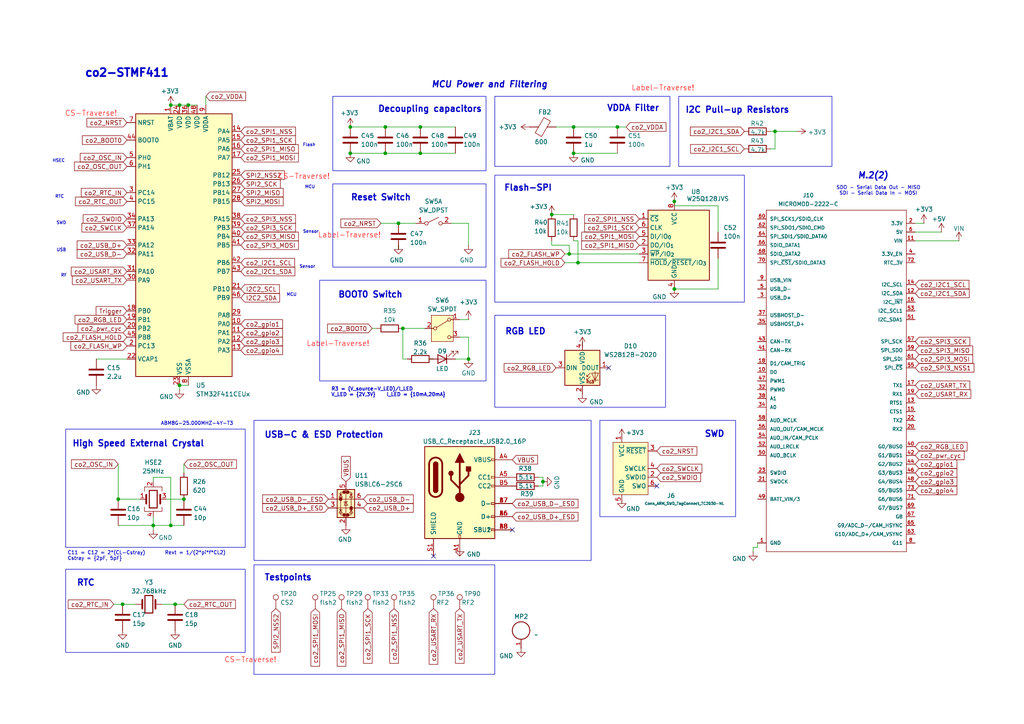
<source format=kicad_sch>
(kicad_sch (version 20250114) (generator "eeschema") (generator_version "9.0")
  (paper "A4")
  (rectangle (start 92.71 81.28) (end 140.97 110.49))
  (rectangle (start 73.66 163.83) (end 143.51 195.58))
  (rectangle (start 196.85 27.94) (end 241.3 48.26))
  (rectangle (start 143.51 27.94) (end 194.31 48.26))
  (rectangle (start 73.66 121.92) (end 171.45 162.56))
  (rectangle (start 143.51 91.44) (end 193.04 118.11))
  (rectangle (start 19.05 124.46) (end 71.12 158.75))
  (rectangle (start 173.99 121.92) (end 213.36 149.86))
  (rectangle (start 96.52 27.94) (end 140.97 49.53))
  (rectangle (start 19.05 165.1) (end 71.12 189.23))
  (rectangle (start 96.52 53.34) (end 140.97 77.47))
  (rectangle (start 143.51 50.8) (end 215.9 87.63))
  (text "Label-Traverse!\n" (at 192.278 25.654 0) (effects (font (size 1.524 1.524))))
  (text "RGB LED" (at 152.4 96.266 0) (effects (font (size 1.778 1.778) (thickness 0.3556) (bold yes))))
  (text "Sensor" (at 90.17 67.31 0) (effects (font (size 0.889 0.889))))
  (text "USB\n" (at 17.78 72.644 0) (effects (font (size 0.889 0.889))))
  (text "VDDA Filter\n" (at 183.642 31.496 0) (effects (font (size 1.778 1.778) (thickness 0.3556) (bold yes))))
  (text "SWD" (at 17.78 64.77 0) (effects (font (size 0.889 0.889))))
  (text "HSEC" (at 17.018 46.736 0) (effects (font (size 0.889 0.889))))
  (text "C11 = C12 = 2*(CL-Cstray)	Rext = 1/(2*pi*f*CL2)\nCstray = {2pF, 5pF}" (at 19.558 161.29 0) (effects (font (size 1.016 1.016) (thickness 0.1588)) (justify left)))
  (text "CS-Traverse!\n" (at 26.416 33.02 0) (effects (font (size 1.524 1.524))))
  (text "High Speed External Crystal" (at 40.132 128.778 0) (effects (font (size 1.778 1.778) (thickness 0.3556) (bold yes))))
  (text "USB-C & ESD Protection\n" (at 93.98 126.238 0) (effects (font (size 1.778 1.778) (thickness 0.3556) (bold yes))))
  (text "Flash-SPI" (at 153.162 54.61 0) (effects (font (size 1.778 1.778) (thickness 0.3556) (bold yes))))
  (text "Testpoints" (at 83.566 167.64 0) (effects (font (size 1.778 1.778) (thickness 0.3556) (bold yes))))
  (text "R3 = (V_source-V_LED)/I_LED\nV_LED = {2V,3V}	I_LED = {10mA,20mA}" (at 96.012 113.792 0) (effects (font (size 1.016 1.016) (thickness 0.2032) (bold yes)) (justify left)))
  (text "RF" (at 18.542 80.01 0) (effects (font (size 0.889 0.889))))
  (text "SWD\n" (at 207.264 125.984 0) (effects (font (size 1.778 1.778) (thickness 0.3556) (bold yes))))
  (text "RTC" (at 17.272 57.15 0) (effects (font (size 0.889 0.889))))
  (text "Flash" (at 89.662 42.164 0) (effects (font (size 0.889 0.889))))
  (text "Label-Traverse!\n" (at 98.044 99.822 0) (effects (font (size 1.524 1.524))))
  (text "Decoupling capacitors\n" (at 124.714 31.75 0) (effects (font (size 1.778 1.778) (thickness 0.3556) (bold yes))))
  (text "CS-Traverse!\n" (at 88.138 51.308 0) (effects (font (size 1.524 1.524))))
  (text "CS-Traverse!\n" (at 72.644 191.516 0) (effects (font (size 1.524 1.524))))
  (text "RTC\n" (at 24.892 169.164 0) (effects (font (size 1.778 1.778) (thickness 0.3556) (bold yes))))
  (text "Reset Switch\n" (at 110.49 57.404 0) (effects (font (size 1.778 1.778) (thickness 0.3556) (bold yes))))
  (text "MCU" (at 89.916 54.356 0) (effects (font (size 0.889 0.889))))
  (text "MCU" (at 84.582 85.598 0) (effects (font (size 0.889 0.889))))
  (text "ABM8G-25.000MHZ-4Y-T3\n" (at 57.15 122.936 0) (effects (font (size 1.016 1.016) (thickness 0.1588))))
  (text "MCU Power and Filtering" (at 141.986 24.638 0) (effects (font (size 1.778 1.778) (thickness 0.3556) (bold yes) (italic yes))))
  (text "co2-STMF411\n\n" (at 36.83 23.114 0) (effects (font (size 2.286 2.286) (thickness 0.508) (bold yes))))
  (text "Label-Traverse!\n" (at 101.346 68.326 0) (effects (font (size 1.524 1.524))))
  (text "BOOT0 Switch" (at 107.442 85.598 0) (effects (font (size 1.778 1.778) (thickness 0.3556) (bold yes))))
  (text "Sensor" (at 89.154 77.47 0) (effects (font (size 0.889 0.889))))
  (text "SDO - Serial Data Out - MISO\nSDI - Serial Data In - MOSI" (at 254.762 55.372 0) (effects (font (size 1.016 1.016))))
  (text "M.2(2)\n" (at 253.238 51.054 0) (effects (font (size 1.778 1.778) (thickness 0.3556) (bold yes) (italic yes))))
  (text "I2C Pull-up Resistors" (at 213.868 32.004 0) (effects (font (size 1.778 1.778) (thickness 0.3556) (bold yes))))
  (junction (at 52.07 111.76))
  (junction (at 101.6 44.45))
  (junction (at 111.76 44.45))
  (junction (at 50.8 175.26))
  (junction (at 34.29 144.78))
  (junction (at 166.37 36.83))
  (junction (at 224.79 38.1))
  (junction (at 54.61 30.48))
  (junction (at 166.37 44.45))
  (junction (at 160.02 62.23))
  (junction (at 157.48 139.7))
  (junction (at 165.1 73.66))
  (junction (at 44.45 152.4))
  (junction (at 101.6 36.83))
  (junction (at 121.92 36.83))
  (junction (at 49.53 152.4))
  (junction (at 121.92 44.45))
  (junction (at 35.56 175.26))
  (junction (at 49.53 30.48))
  (junction (at 111.76 36.83))
  (junction (at 135.89 104.14))
  (junction (at 116.84 95.25))
  (junction (at 53.34 144.78))
  (junction (at 195.58 58.42))
  (junction (at 115.57 64.77))
  (junction (at 167.64 76.2))
  (junction (at 179.07 36.83))
  (junction (at 195.58 83.82))
  (junction (at 52.07 30.48))
  (no_connect (at 148.59 153.67))
  (no_connect (at 190.5 140.97))
  (no_connect (at 125.73 161.29))
  (no_connect (at 176.53 106.68))
  (wire (pts (xy 54.61 30.48) (xy 52.07 30.48)))
  (wire (pts (xy 111.76 44.45) (xy 121.92 44.45)))
  (wire (pts (xy 34.29 152.4) (xy 44.45 152.4)))
  (wire (pts (xy 208.28 83.82) (xy 195.58 83.82)))
  (wire (pts (xy 101.6 44.45) (xy 111.76 44.45)))
  (wire (pts (xy 135.89 104.14) (xy 132.08 104.14)))
  (wire (pts (xy 130.81 64.77) (xy 135.89 64.77)))
  (wire (pts (xy 50.8 175.26) (xy 53.34 175.26)))
  (wire (pts (xy 52.07 111.76) (xy 54.61 111.76)))
  (wire (pts (xy 224.79 38.1) (xy 223.52 38.1)))
  (wire (pts (xy 116.84 95.25) (xy 123.19 95.25)))
  (wire (pts (xy 180.34 144.78) (xy 180.34 146.05)))
  (wire (pts (xy 49.53 138.43) (xy 49.53 152.4)))
  (wire (pts (xy 219.71 158.75) (xy 219.71 157.48)))
  (wire (pts (xy 133.35 97.79) (xy 135.89 97.79)))
  (wire (pts (xy 166.37 69.85) (xy 167.64 69.85)))
  (wire (pts (xy 115.57 64.77) (xy 120.65 64.77)))
  (wire (pts (xy 208.28 74.93) (xy 208.28 83.82)))
  (wire (pts (xy 59.69 27.94) (xy 59.69 30.48)))
  (wire (pts (xy 44.45 138.43) (xy 49.53 138.43)))
  (wire (pts (xy 195.58 59.69) (xy 208.28 59.69)))
  (wire (pts (xy 163.83 76.2) (xy 167.64 76.2)))
  (wire (pts (xy 160.02 62.23) (xy 166.37 62.23)))
  (wire (pts (xy 219.71 158.75) (xy 218.44 158.75)))
  (wire (pts (xy 157.48 138.43) (xy 156.21 138.43)))
  (wire (pts (xy 218.44 158.75) (xy 218.44 160.02)))
  (wire (pts (xy 165.1 71.12) (xy 165.1 73.66)))
  (wire (pts (xy 44.45 152.4) (xy 49.53 152.4)))
  (wire (pts (xy 57.15 30.48) (xy 54.61 30.48)))
  (wire (pts (xy 165.1 73.66) (xy 185.42 73.66)))
  (wire (pts (xy 160.02 71.12) (xy 165.1 71.12)))
  (wire (pts (xy 157.48 140.97) (xy 157.48 139.7)))
  (wire (pts (xy 121.92 44.45) (xy 132.08 44.45)))
  (wire (pts (xy 160.02 69.85) (xy 160.02 71.12)))
  (wire (pts (xy 121.92 36.83) (xy 132.08 36.83)))
  (wire (pts (xy 267.97 64.77) (xy 265.43 64.77)))
  (wire (pts (xy 224.79 43.18) (xy 223.52 43.18)))
  (wire (pts (xy 168.91 100.33) (xy 168.91 99.06)))
  (wire (pts (xy 111.76 36.83) (xy 121.92 36.83)))
  (wire (pts (xy 34.29 134.62) (xy 34.29 144.78)))
  (wire (pts (xy 116.84 95.25) (xy 116.84 104.14)))
  (wire (pts (xy 110.49 64.77) (xy 115.57 64.77)))
  (wire (pts (xy 44.45 139.7) (xy 44.45 138.43)))
  (wire (pts (xy 181.61 36.83) (xy 179.07 36.83)))
  (wire (pts (xy 118.11 104.14) (xy 116.84 104.14)))
  (wire (pts (xy 156.21 140.97) (xy 157.48 140.97)))
  (wire (pts (xy 167.64 76.2) (xy 185.42 76.2)))
  (wire (pts (xy 157.48 139.7) (xy 157.48 138.43)))
  (wire (pts (xy 273.05 67.31) (xy 265.43 67.31)))
  (wire (pts (xy 166.37 36.83) (xy 179.07 36.83)))
  (wire (pts (xy 161.29 36.83) (xy 166.37 36.83)))
  (wire (pts (xy 27.94 104.14) (xy 36.83 104.14)))
  (wire (pts (xy 135.89 97.79) (xy 135.89 104.14)))
  (wire (pts (xy 224.79 43.18) (xy 224.79 38.1)))
  (wire (pts (xy 34.29 144.78) (xy 40.64 144.78)))
  (wire (pts (xy 180.34 127) (xy 180.34 125.73)))
  (wire (pts (xy 125.73 104.14) (xy 124.46 104.14)))
  (wire (pts (xy 107.95 95.25) (xy 109.22 95.25)))
  (wire (pts (xy 135.89 64.77) (xy 135.89 71.12)))
  (wire (pts (xy 166.37 44.45) (xy 179.07 44.45)))
  (wire (pts (xy 167.64 69.85) (xy 167.64 76.2)))
  (wire (pts (xy 52.07 30.48) (xy 49.53 30.48)))
  (wire (pts (xy 133.35 158.75) (xy 133.35 161.29)))
  (wire (pts (xy 278.13 69.85) (xy 265.43 69.85)))
  (wire (pts (xy 208.28 59.69) (xy 208.28 67.31)))
  (wire (pts (xy 46.99 175.26) (xy 50.8 175.26)))
  (wire (pts (xy 35.56 175.26) (xy 39.37 175.26)))
  (wire (pts (xy 163.83 73.66) (xy 165.1 73.66)))
  (wire (pts (xy 135.89 92.71) (xy 133.35 92.71)))
  (wire (pts (xy 115.57 71.12) (xy 115.57 72.39)))
  (wire (pts (xy 101.6 36.83) (xy 111.76 36.83)))
  (wire (pts (xy 44.45 153.67) (xy 44.45 152.4)))
  (wire (pts (xy 53.34 134.62) (xy 53.34 137.16)))
  (wire (pts (xy 44.45 152.4) (xy 44.45 149.86)))
  (wire (pts (xy 195.58 58.42) (xy 195.58 59.69)))
  (wire (pts (xy 52.07 113.03) (xy 52.07 111.76)))
  (wire (pts (xy 33.02 175.26) (xy 35.56 175.26)))
  (wire (pts (xy 224.79 38.1) (xy 231.14 38.1)))
  (wire (pts (xy 48.26 144.78) (xy 53.34 144.78)))
  (wire (pts (xy 49.53 152.4) (xy 53.34 152.4)))
  (global_label "co2_USB_D+" (shape input) (at 105.41 147.32 0) (property "Intersheetrefs" "${INTERSHEET_REFS}" (effects (hide yes))))
  (global_label "co2_OSC_OUT" (shape input) (at 36.83 48.26 180) (property "Intersheetrefs" "${INTERSHEET_REFS}" (effects (hide yes))))
  (global_label "co2_RGB_LED" (shape input) (at 265.43 129.54 0) (property "Intersheetrefs" "${INTERSHEET_REFS}" (effects (hide yes))))
  (global_label "co2_gpio3" (shape input) (at 69.85 99.06 0) (effects (font (thickness 0.1588))) (property "Intersheetrefs" "${INTERSHEET_REFS}" (effects (hide yes))))
  (global_label "co2_FLASH_HOLD" (shape input) (at 163.83 76.2 180) (property "Intersheetrefs" "${INTERSHEET_REFS}" (effects (hide yes))))
  (global_label "co2_SWDIO" (shape input) (at 36.83 63.5 180) (property "Intersheetrefs" "${INTERSHEET_REFS}" (effects (hide yes))))
  (global_label "co2_RGB_LED" (shape input) (at 161.29 106.68 180) (effects (font (thickness 0.1588))) (property "Intersheetrefs" "${INTERSHEET_REFS}" (effects (hide yes))))
  (global_label "co2_pwr_cyc" (shape input) (at 265.43 132.08 0) (property "Intersheetrefs" "${INTERSHEET_REFS}" (effects (hide yes))))
  (global_label "co2_SPI3_NSS" (shape input) (at 69.85 63.5 0) (property "Intersheetrefs" "${INTERSHEET_REFS}" (effects (hide yes))))
  (global_label "co2_gpio4" (shape input) (at 69.85 101.6 0) (effects (font (thickness 0.1588))) (property "Intersheetrefs" "${INTERSHEET_REFS}" (effects (hide yes))))
  (global_label "co2_BOOT0" (shape input) (at 36.83 40.64 180) (property "Intersheetrefs" "${INTERSHEET_REFS}" (effects (hide yes))))
  (global_label "co2_SPI3_MOSI" (shape input) (at 69.85 71.12 0) (property "Intersheetrefs" "${INTERSHEET_REFS}" (effects (hide yes))))
  (global_label "co2_FLASH_WP" (shape input) (at 36.83 100.33 180) (property "Intersheetrefs" "${INTERSHEET_REFS}" (effects (hide yes))))
  (global_label "SPI2_SCK" (shape input) (at 69.85 53.34 0) (property "Intersheetrefs" "${INTERSHEET_REFS}" (effects (hide yes))))
  (global_label "co2_USART_RX" (shape input) (at 36.83 78.74 180) (property "Intersheetrefs" "${INTERSHEET_REFS}" (effects (hide yes))))
  (global_label "co2_SPI1_MOSI" (shape input) (at 69.85 45.72 0) (property "Intersheetrefs" "${INTERSHEET_REFS}" (effects (hide yes))))
  (global_label "co2_OSC_IN" (shape input) (at 34.29 134.62 180) (property "Intersheetrefs" "${INTERSHEET_REFS}" (effects (hide yes))))
  (global_label "co2_SPI3_MOSI" (shape input) (at 265.43 104.14 0) (property "Intersheetrefs" "${INTERSHEET_REFS}" (effects (hide yes))))
  (global_label "co2_USB_D-" (shape input) (at 36.83 73.66 180) (property "Intersheetrefs" "${INTERSHEET_REFS}" (effects (hide yes))))
  (global_label "co2_VDDA" (shape input) (at 59.69 27.94 0) (property "Intersheetrefs" "${INTERSHEET_REFS}" (effects (hide yes))))
  (global_label "co2_BOOT0" (shape input) (at 107.95 95.25 180) (effects (font (thickness 0.1588))) (property "Intersheetrefs" "${INTERSHEET_REFS}" (effects (hide yes))))
  (global_label "co2_SPI3_MISO" (shape input) (at 69.85 68.58 0) (property "Intersheetrefs" "${INTERSHEET_REFS}" (effects (hide yes))))
  (global_label "co2_SWDIO" (shape input) (at 190.5 138.43 0) (property "Intersheetrefs" "${INTERSHEET_REFS}" (effects (hide yes))))
  (global_label "VBUS" (shape input) (at 148.59 133.35 0) (effects (font (thickness 0.1588))) (property "Intersheetrefs" "${INTERSHEET_REFS}" (effects (hide yes))))
  (global_label "co2_SPI1_MISO" (shape input) (at 99.06 176.53 270) (property "Intersheetrefs" "${INTERSHEET_REFS}" (effects (hide yes))))
  (global_label "co2_SPI1_SCK" (shape input) (at 69.85 40.64 0) (effects (font (thickness 0.1588))) (property "Intersheetrefs" "${INTERSHEET_REFS}" (effects (hide yes))))
  (global_label "co2_FLASH_HOLD" (shape input) (at 36.83 97.79 180) (property "Intersheetrefs" "${INTERSHEET_REFS}" (effects (hide yes))))
  (global_label "co2_RGB_LED" (shape input) (at 36.83 92.71 180) (property "Intersheetrefs" "${INTERSHEET_REFS}" (effects (hide yes))))
  (global_label "co2_SPI1_MOSI" (shape input) (at 91.44 176.53 270) (property "Intersheetrefs" "${INTERSHEET_REFS}" (effects (hide yes))))
  (global_label "co2_USB_D-_ESD" (shape input) (at 148.59 146.05 0) (effects (font (thickness 0.1588))) (property "Intersheetrefs" "${INTERSHEET_REFS}" (effects (hide yes))))
  (global_label "co2_USART_RX" (shape input) (at 125.73 176.53 270) (property "Intersheetrefs" "${INTERSHEET_REFS}" (effects (hide yes))))
  (global_label "co2_USART_TX" (shape input) (at 265.43 111.76 0) (property "Intersheetrefs" "${INTERSHEET_REFS}" (effects (hide yes))))
  (global_label "co2_SPI1_MISO" (shape input) (at 185.42 71.12 180) (property "Intersheetrefs" "${INTERSHEET_REFS}" (effects (hide yes))))
  (global_label "co2_USB_D-" (shape input) (at 105.41 144.78 0) (property "Intersheetrefs" "${INTERSHEET_REFS}" (effects (hide yes))))
  (global_label "co2_OSC_OUT" (shape input) (at 53.34 134.62 0) (property "Intersheetrefs" "${INTERSHEET_REFS}" (effects (hide yes))))
  (global_label "co2_gpio3" (shape input) (at 265.43 139.7 0) (effects (font (thickness 0.1588))) (property "Intersheetrefs" "${INTERSHEET_REFS}" (effects (hide yes))))
  (global_label "co2_I2C1_SDA" (shape input) (at 69.85 78.74 0) (property "Intersheetrefs" "${INTERSHEET_REFS}" (effects (hide yes))))
  (global_label "co2_I2C1_SDA" (shape input) (at 215.9 38.1 180) (effects (font (thickness 0.1588))) (property "Intersheetrefs" "${INTERSHEET_REFS}" (effects (hide yes))))
  (global_label "co2_SPI3_MISO" (shape input) (at 265.43 101.6 0) (property "Intersheetrefs" "${INTERSHEET_REFS}" (effects (hide yes))))
  (global_label "co2_USB_D-_ESD" (shape input) (at 95.25 144.78 180) (effects (font (thickness 0.1588))) (property "Intersheetrefs" "${INTERSHEET_REFS}" (effects (hide yes))))
  (global_label "co2_SPI1_SCK" (shape input) (at 185.42 66.04 180) (property "Intersheetrefs" "${INTERSHEET_REFS}" (effects (hide yes))))
  (global_label "co2_SPI1_MOSI" (shape input) (at 185.42 68.58 180) (property "Intersheetrefs" "${INTERSHEET_REFS}" (effects (hide yes))))
  (global_label "co2_NRST" (shape input) (at 190.5 130.81 0) (property "Intersheetrefs" "${INTERSHEET_REFS}" (effects (hide yes))))
  (global_label "co2_USART_TX" (shape input) (at 36.83 81.28 180) (property "Intersheetrefs" "${INTERSHEET_REFS}" (effects (hide yes))))
  (global_label "SPI2_MOSI" (shape input) (at 69.85 58.42 0) (property "Intersheetrefs" "${INTERSHEET_REFS}" (effects (hide yes))))
  (global_label "co2_SPI1_SCK" (shape input) (at 106.68 176.53 270) (property "Intersheetrefs" "${INTERSHEET_REFS}" (effects (hide yes))))
  (global_label "co2_pwr_cyc" (shape input) (at 36.83 95.25 180) (property "Intersheetrefs" "${INTERSHEET_REFS}" (effects (hide yes))))
  (global_label "co2_SPI1_NSS" (shape input) (at 69.85 38.1 0) (effects (font (thickness 0.1588))) (property "Intersheetrefs" "${INTERSHEET_REFS}" (effects (hide yes))))
  (global_label "co2_NRST" (shape input) (at 36.83 35.56 180) (property "Intersheetrefs" "${INTERSHEET_REFS}" (effects (hide yes))))
  (global_label "VBUS" (shape input) (at 100.33 139.7 90) (effects (font (thickness 0.1588))) (property "Intersheetrefs" "${INTERSHEET_REFS}" (effects (hide yes))))
  (global_label "co2_gpio4" (shape input) (at 265.43 142.24 0) (effects (font (thickness 0.1588))) (property "Intersheetrefs" "${INTERSHEET_REFS}" (effects (hide yes))))
  (global_label "Trigger" (shape input) (at 36.83 90.17 180) (property "Intersheetrefs" "${INTERSHEET_REFS}" (effects (hide yes))))
  (global_label "co2_FLASH_WP" (shape input) (at 163.83 73.66 180) (property "Intersheetrefs" "${INTERSHEET_REFS}" (effects (hide yes))))
  (global_label "co2_RTC_OUT" (shape input) (at 36.83 58.42 180) (property "Intersheetrefs" "${INTERSHEET_REFS}" (effects (hide yes))))
  (global_label "I2C2_SDA" (shape input) (at 69.85 86.36 0) (property "Intersheetrefs" "${INTERSHEET_REFS}" (effects (hide yes))))
  (global_label "co2_SPI3_SCK" (shape input) (at 265.43 99.06 0) (effects (font (thickness 0.1588))) (property "Intersheetrefs" "${INTERSHEET_REFS}" (effects (hide yes))))
  (global_label "co2_RTC_IN" (shape input) (at 36.83 55.88 180) (property "Intersheetrefs" "${INTERSHEET_REFS}" (effects (hide yes))))
  (global_label "co2_USART_RX" (shape input) (at 265.43 114.3 0) (property "Intersheetrefs" "${INTERSHEET_REFS}" (effects (hide yes))))
  (global_label "co2_SPI1_MISO" (shape input) (at 69.85 43.18 0) (property "Intersheetrefs" "${INTERSHEET_REFS}" (effects (hide yes))))
  (global_label "co2_USB_D+_ESD" (shape input) (at 148.59 149.86 0) (effects (font (thickness 0.1588))) (property "Intersheetrefs" "${INTERSHEET_REFS}" (effects (hide yes))))
  (global_label "co2_SWCLK" (shape input) (at 36.83 66.04 180) (property "Intersheetrefs" "${INTERSHEET_REFS}" (effects (hide yes))))
  (global_label "co2_RTC_OUT" (shape input) (at 53.34 175.26 0) (property "Intersheetrefs" "${INTERSHEET_REFS}" (effects (hide yes))))
  (global_label "SPI2_NSS2" (shape input) (at 69.85 50.8 0) (property "Intersheetrefs" "${INTERSHEET_REFS}" (effects (hide yes))))
  (global_label "co2_VDDA" (shape input) (at 181.61 36.83 0) (property "Intersheetrefs" "${INTERSHEET_REFS}" (effects (hide yes))))
  (global_label "co2_gpio1" (shape input) (at 69.85 93.98 0) (effects (font (thickness 0.1588))) (property "Intersheetrefs" "${INTERSHEET_REFS}" (effects (hide yes))))
  (global_label "co2_I2C1_SCL" (shape input) (at 69.85 76.2 0) (property "Intersheetrefs" "${INTERSHEET_REFS}" (effects (hide yes))))
  (global_label "co2_RTC_IN" (shape input) (at 33.02 175.26 180) (property "Intersheetrefs" "${INTERSHEET_REFS}" (effects (hide yes))))
  (global_label "I2C2_SCL" (shape input) (at 69.85 83.82 0) (property "Intersheetrefs" "${INTERSHEET_REFS}" (effects (hide yes))))
  (global_label "co2_I2C1_SCL" (shape input) (at 215.9 43.18 180) (property "Intersheetrefs" "${INTERSHEET_REFS}" (effects (hide yes))))
  (global_label "co2_USB_D+_ESD" (shape input) (at 95.25 147.32 180) (effects (font (thickness 0.1588))) (property "Intersheetrefs" "${INTERSHEET_REFS}" (effects (hide yes))))
  (global_label "co2_OSC_IN" (shape input) (at 36.83 45.72 180) (property "Intersheetrefs" "${INTERSHEET_REFS}" (effects (hide yes))))
  (global_label "co2_USB_D+" (shape input) (at 36.83 71.12 180) (property "Intersheetrefs" "${INTERSHEET_REFS}" (effects (hide yes))))
  (global_label "co2_I2C1_SCL" (shape input) (at 265.43 82.55 0) (property "Intersheetrefs" "${INTERSHEET_REFS}" (effects (hide yes))))
  (global_label "co2_SPI1_NSS" (shape input) (at 114.3 176.53 270) (property "Intersheetrefs" "${INTERSHEET_REFS}" (effects (hide yes))))
  (global_label "co2_USART_TX" (shape input) (at 133.35 176.53 270) (property "Intersheetrefs" "${INTERSHEET_REFS}" (effects (hide yes))))
  (global_label "co2_gpio2" (shape input) (at 69.85 96.52 0) (effects (font (thickness 0.1588))) (property "Intersheetrefs" "${INTERSHEET_REFS}" (effects (hide yes))))
  (global_label "co2_SPI1_NSS" (shape input) (at 185.42 63.5 180) (property "Intersheetrefs" "${INTERSHEET_REFS}" (effects (hide yes))))
  (global_label "SPI2_NSS2" (shape input) (at 80.01 176.53 270) (property "Intersheetrefs" "${INTERSHEET_REFS}" (effects (hide yes))))
  (global_label "co2_SPI3_SCK" (shape input) (at 69.85 66.04 0) (property "Intersheetrefs" "${INTERSHEET_REFS}" (effects (hide yes))))
  (global_label "co2_SWCLK" (shape input) (at 190.5 135.89 0) (property "Intersheetrefs" "${INTERSHEET_REFS}" (effects (hide yes))))
  (global_label "co2_NRST" (shape input) (at 110.49 64.77 180) (property "Intersheetrefs" "${INTERSHEET_REFS}" (effects (hide yes))))
  (global_label "co2_gpio2" (shape input) (at 265.43 137.16 0) (effects (font (thickness 0.1588))) (property "Intersheetrefs" "${INTERSHEET_REFS}" (effects (hide yes))))
  (global_label "co2_SPI3_NSS1" (shape input) (at 265.43 106.68 0) (effects (font (thickness 0.1588))) (property "Intersheetrefs" "${INTERSHEET_REFS}" (effects (hide yes))))
  (global_label "co2_I2C1_SDA" (shape input) (at 265.43 85.09 0) (property "Intersheetrefs" "${INTERSHEET_REFS}" (effects (hide yes))))
  (global_label "co2_gpio1" (shape input) (at 265.43 134.62 0) (effects (font (thickness 0.1588))) (property "Intersheetrefs" "${INTERSHEET_REFS}" (effects (hide yes))))
  (global_label "SPI2_MISO" (shape input) (at 69.85 55.88 0) (property "Intersheetrefs" "${INTERSHEET_REFS}" (effects (hide yes))))
  (symbol (lib_id "WA-SMSI_9774XXX151:WA-SMSI_9774XXX151") (at 151.13 182.88 90) (unit 1)
    (property "Reference" "MP2" (at 149.098 178.816 90) (effects (justify right)))
    (property "Value" "~" (at 154.94 184.15 90) (effects (justify right)))
    (property "Footprint" "WA-SMSI_9774XXX151:WA-SMSI_9774025151" (effects (hide yes)))
    (property "Check_prices" "https://www.snapeda.com/parts/9774025151R/W%25C3%25BCrth+Elektronik+Midcom/view-part/?ref=eda" (effects (hide yes)))
    (property "MF" "Würth Elektronik" (effects (hide yes)))
    (property "THREAD" "M2.5" (effects (hide yes)))
    (property "INNER-DIAMETER" "3.5mm" (effects (hide yes)))
    (property "Package" "None" (effects (hide yes)))
    (property "Price" "None" (effects (hide yes)))
    (property "PIN-LENGTH" "2.5mm" (effects (hide yes)))
    (property "INNER-THREAD-LENGTH" "-" (effects (hide yes)))
    (property "VALUE" "M2.5 x 2.5mm" (effects (hide yes)))
    (property "Availability" "In Stock" (effects (hide yes)))
    (property "SnapEDA_Link" "https://www.snapeda.com/parts/9774025151R/W%25C3%25BCrth+Elektronik+Midcom/view-part/?ref=snap" (effects (hide yes)))
    (property "DATASHEET-URL" "https://www.we-online.com/catalog/datasheet/9774025151R.pdf" (effects (hide yes)))
    (property "MP" "9774025151R" (effects (hide yes)))
    (property "PART-NUMBER" "9774025151R" (effects (hide yes)))
    (property "OUTER-DIAMETER" "5.1mm" (effects (hide yes)))
    (property "Description_1" "Round Standoff Threaded M2.5x0.45 Steel 0.098 (2.50mm) -" (effects (hide yes)))
  )
  (symbol (lib_id "power:+3V3") (at 278.13 69.85 0) (unit 1)
    (property "Reference" "#PWR097" (effects (hide yes)))
    (property "Value" "VIN" (at 278.13 66.294 0))
    (property "Description" "Power symbol creates a global label with name \"+3V3\"" (effects (hide yes)))
  )
  (symbol (lib_id "Device:Crystal_GND24") (at 44.45 144.78 0) (unit 1)
    (property "Reference" "HSE2" (at 44.45 134.112 0))
    (property "Value" "25MHz" (at 44.45 136.652 0))
    (property "Footprint" "Crystal:Crystal_SMD_Abracon_ABM8G-4Pin_3.2x2.5mm" (effects (hide yes)))
    (property "Description" "Four pin crystal, GND on pins 2 and 4" (effects (hide yes)))
  )
  (symbol (lib_id "power:+3V3") (at 231.14 38.1 270) (unit 1)
    (property "Reference" "#PWR094" (effects (hide yes)))
    (property "Value" "+3V3" (at 236.982 38.354 90))
    (property "Description" "Power symbol creates a global label with name \"+3V3\"" (effects (hide yes)))
  )
  (symbol (lib_id "Power_Protection:USBLC6-2SC6") (at 100.33 144.78 0) (unit 1)
    (property "Reference" "U11" (at 102.87 137.922 0) (effects (justify left)))
    (property "Value" "USBLC6-2SC6" (at 102.87 140.462 0) (effects (justify left)))
    (property "Footprint" "Package_TO_SOT_SMD:SOT-23-6" (effects (hide yes)))
    (property "Datasheet" "https://www.st.com/resource/en/datasheet/usblc6-2.pdf" (effects (hide yes)))
    (property "Description" "Very low capacitance ESD protection diode, 2 data-line, SOT-23-6" (effects (hide yes)))
  )
  (symbol (lib_id "Device:R") (at 152.4 138.43 270) (unit 1)
    (property "Reference" "R38" (at 150.368 135.89 90) (effects (justify left)))
    (property "Value" "5.1k" (at 150.368 138.43 90) (effects (justify left)))
    (property "Footprint" "Resistor_SMD:R_0402_1005Metric" (effects (hide yes)))
    (property "Description" "Resistor" (effects (hide yes)))
  )
  (symbol (lib_id "power:GND") (at 166.37 44.45 0) (unit 1)
    (property "Reference" "#PWR086" (effects (hide yes)))
    (property "Value" "GND" (at 170.434 46.482 0))
    (property "Description" "Power symbol creates a global label with name \"GND\" , ground" (effects (hide yes)))
  )
  (symbol (lib_id "Device:C") (at 115.57 68.58 0) (unit 1)
    (property "Reference" "C47" (at 118.872 67.818 0) (effects (justify left)))
    (property "Value" "100n" (at 118.872 70.358 0) (effects (justify left)))
    (property "Footprint" "Capacitor_SMD:C_0402_1005Metric" (effects (hide yes)))
    (property "Description" "Unpolarized capacitor" (effects (hide yes)))
  )
  (symbol (lib_id "Connector:TestPoint") (at 133.35 176.53 0) (unit 1)
    (property "Reference" "TP90" (at 134.62 172.212 0) (effects (justify left)))
    (property "Value" "RF2" (at 133.858 174.752 0) (effects (justify left)))
    (property "Footprint" "TestPoint:TestPoint_Pad_D1.0mm" (effects (hide yes)))
    (property "Description" "test point" (effects (hide yes)))
  )
  (symbol (lib_id "Device:C") (at 53.34 148.59 0) (unit 1)
    (property "Reference" "C44" (at 56.134 147.574 0) (effects (justify left)))
    (property "Value" "10p" (at 56.134 150.114 0) (effects (justify left)))
    (property "Footprint" "Capacitor_SMD:C_0402_1005Metric" (effects (hide yes)))
    (property "Description" "Unpolarized capacitor" (effects (hide yes)))
  )
  (symbol (lib_id "Device:R") (at 219.71 43.18 270) (unit 1)
    (property "Reference" "R43" (at 217.678 40.894 90) (effects (justify left)))
    (property "Value" "4.7k" (at 217.678 43.434 90) (effects (justify left)))
    (property "Footprint" "Resistor_SMD:R_0402_1005Metric" (effects (hide yes)))
    (property "Description" "Resistor" (effects (hide yes)))
  )
  (symbol (lib_id "power:GND") (at 157.48 139.7 90) (unit 1)
    (property "Reference" "#PWR084" (effects (hide yes)))
    (property "Value" "GND" (at 161.544 137.922 0) (effects (justify right)))
    (property "Description" "Power symbol creates a global label with name \"GND\" , ground" (effects (hide yes)))
  )
  (symbol (lib_id "power:GND") (at 35.56 182.88 0) (unit 1)
    (property "Reference" "#PWR070" (effects (hide yes)))
    (property "Value" "GND" (at 35.56 187.198 0))
    (property "Description" "Power symbol creates a global label with name \"GND\" , ground" (effects (hide yes)))
  )
  (symbol (lib_id "power:GND") (at 101.6 44.45 0) (unit 1)
    (property "Reference" "#PWR077" (effects (hide yes)))
    (property "Value" "GND" (at 105.41 46.736 0))
    (property "Description" "Power symbol creates a global label with name \"GND\" , ground" (effects (hide yes)))
  )
  (symbol (lib_id "power:+3V3") (at 101.6 36.83 0) (unit 1)
    (property "Reference" "#PWR076" (effects (hide yes)))
    (property "Value" "+3V3" (at 101.346 32.766 0))
    (property "Description" "Power symbol creates a global label with name \"+3V3\"" (effects (hide yes)))
  )
  (symbol (lib_id "Device:R") (at 121.92 104.14 90) (unit 1)
    (property "Reference" "R36" (at 121.92 99.568 90))
    (property "Value" "2.2k" (at 121.92 102.108 90))
    (property "Footprint" "Resistor_SMD:R_0603_1608Metric" (effects (hide yes)))
    (property "Description" "Resistor" (effects (hide yes)))
  )
  (symbol (lib_id "power:+3V3") (at 153.67 36.83 90) (unit 1)
    (property "Reference" "#PWR083" (effects (hide yes)))
    (property "Value" "+3V3" (at 149.86 36.8299 90) (effects (justify left)))
    (property "Description" "Power symbol creates a global label with name \"+3V3\"" (effects (hide yes)))
  )
  (symbol (lib_id "power:+3V3") (at 160.02 62.23 0) (unit 1)
    (property "Reference" "#PWR085" (effects (hide yes)))
    (property "Value" "+3V3" (at 156.21 59.944 0))
    (property "Description" "Power symbol creates a global label with name \"+3V3\"" (effects (hide yes)))
  )
  (symbol (lib_id "power:GND") (at 27.94 111.76 0) (unit 1)
    (property "Reference" "#PWR069" (effects (hide yes)))
    (property "Value" "GND" (at 24.13 113.792 0))
    (property "Description" "Power symbol creates a global label with name \"GND\" , ground" (effects (hide yes)))
  )
  (symbol (lib_id "Device:FerriteBead") (at 157.48 36.83 90) (unit 1)
    (property "Reference" "FB2" (at 157.988 32.512 90))
    (property "Value" "600" (at 156.972 41.148 90))
    (property "Footprint" "Inductor_SMD:L_0402_1005Metric" (effects (hide yes)))
    (property "Description" "Ferrite bead" (effects (hide yes)))
  )
  (symbol (lib_id "power:+3V3") (at 168.91 100.33 0) (mirror y) (unit 1)
    (property "Reference" "#PWR087" (effects (hide yes)))
    (property "Value" "+3V3" (at 168.91 96.266 0))
    (property "Description" "Power symbol creates a global label with name \"+3V3\"" (effects (hide yes)))
  )
  (symbol (lib_id "power:GND") (at 44.45 153.67 0) (unit 1)
    (property "Reference" "#PWR071" (effects (hide yes)))
    (property "Value" "GND" (at 48.006 155.956 0))
    (property "Description" "Power symbol creates a global label with name \"GND\" , ground" (effects (hide yes)))
  )
  (symbol (lib_id "Device:C") (at 179.07 40.64 0) (unit 1)
    (property "Reference" "C51" (at 182.118 39.37 0) (effects (justify left)))
    (property "Value" "100n" (at 182.118 41.91 0) (effects (justify left)))
    (property "Footprint" "Capacitor_SMD:C_0402_1005Metric" (effects (hide yes)))
    (property "Description" "Unpolarized capacitor" (effects (hide yes)))
  )
  (symbol (lib_id "power:GND") (at 151.13 187.96 0) (unit 1)
    (property "Reference" "#PWR0218" (effects (hide yes)))
    (property "Value" "GND" (at 146.812 190.246 0))
    (property "Description" "Power symbol creates a global label with name \"GND\" , ground" (effects (hide yes)))
  )
  (symbol (lib_id "Device:C") (at 208.28 71.12 0) (unit 1)
    (property "Reference" "C52" (at 209.804 66.04 0) (effects (justify left)))
    (property "Value" "100n" (at 209.804 68.58 0) (effects (justify left)))
    (property "Footprint" "Capacitor_SMD:C_0402_1005Metric" (effects (hide yes)))
    (property "Description" "Unpolarized capacitor" (effects (hide yes)))
  )
  (symbol (lib_id "Connector:TestPoint") (at 91.44 176.53 0) (unit 1)
    (property "Reference" "TP25" (at 92.71 172.212 0) (effects (justify left)))
    (property "Value" "flsh2" (at 92.71 174.752 0) (effects (justify left)))
    (property "Footprint" "TestPoint:TestPoint_Pad_D1.0mm" (effects (hide yes)))
    (property "Description" "test point" (effects (hide yes)))
  )
  (symbol (lib_id "power:+3V3") (at 135.89 92.71 0) (unit 1)
    (property "Reference" "#PWR081" (effects (hide yes)))
    (property "Value" "+3V3" (at 135.89 87.63 0))
    (property "Description" "Power symbol creates a global label with name \"+3V3\"" (effects (hide yes)))
  )
  (symbol (lib_id "Device:C") (at 50.8 179.07 0) (unit 1)
    (property "Reference" "C18" (at 53.594 178.308 0) (effects (justify left)))
    (property "Value" "15p" (at 53.594 180.848 0) (effects (justify left)))
    (property "Footprint" "Capacitor_SMD:C_0402_1005Metric" (effects (hide yes)))
    (property "Description" "Unpolarized capacitor" (effects (hide yes)))
  )
  (symbol (lib_id "power:GND") (at 100.33 152.4 0) (unit 1)
    (property "Reference" "#PWR075" (effects (hide yes)))
    (property "Value" "GND" (at 102.108 156.464 0) (effects (justify right)))
    (property "Description" "Power symbol creates a global label with name \"GND\" , ground" (effects (hide yes)))
  )
  (symbol (lib_id "Device:R") (at 53.34 140.97 0) (unit 1)
    (property "Reference" "R26" (at 55.88 139.6999 0) (effects (justify left)))
    (property "Value" "620" (at 55.88 142.2399 0) (effects (justify left)))
    (property "Footprint" "Resistor_SMD:R_0402_1005Metric" (effects (hide yes)))
    (property "Description" "Resistor" (effects (hide yes)))
  )
  (symbol (lib_id "power:GND") (at 168.91 114.3 0) (unit 1)
    (property "Reference" "#PWR088" (effects (hide yes)))
    (property "Value" "GND" (at 172.974 116.586 0))
    (property "Description" "Power symbol creates a global label with name \"GND\" , ground" (effects (hide yes)))
  )
  (symbol (lib_id "power:GND") (at 135.89 104.14 0) (unit 1)
    (property "Reference" "#PWR082" (effects (hide yes)))
    (property "Value" "GND" (at 135.89 108.204 0))
    (property "Description" "Power symbol creates a global label with name \"GND\" , ground" (effects (hide yes)))
  )
  (symbol (lib_id "Connector:Conn_ARM_SWD_TagConnect_TC2030-NL") (at 182.88 135.89 0) (unit 1) (in_bom no)
    (property "Reference" "J6" (at 195.834 143.764 0) (effects (justify right)))
    (property "Value" "Conn_ARM_SWD_TagConnect_TC2030-NL" (at 210.058 146.05 0) (effects (font (size 0.762 0.762)) (justify right)))
    (property "Footprint" "Connector:Tag-Connect_TC2030-IDC-NL_2x03_P1.27mm_Vertical" (effects (hide yes)))
    (property "Datasheet" "https://www.tag-connect.com/wp-content/uploads/bsk-pdf-manager/TC2030-CTX_1.pdf" (effects (hide yes)))
    (property "Description" "Tag-Connect ARM Cortex SWD JTAG connector, 6 pin, no legs" (effects (hide yes)))
  )
  (symbol (lib_id "power:+3V3") (at 273.05 67.31 0) (unit 1)
    (property "Reference" "#PWR096" (effects (hide yes)))
    (property "Value" "+5V" (at 272.288 63.5 0))
    (property "Description" "Power symbol creates a global label with name \"+3V3\"" (effects (hide yes)))
  )
  (symbol (lib_id "power:GND") (at 115.57 71.12 0) (unit 1)
    (property "Reference" "#PWR078" (effects (hide yes)))
    (property "Value" "GND" (at 117.094 75.438 0) (effects (justify right)))
    (property "Description" "Power symbol creates a global label with name \"GND\" , ground" (effects (hide yes)))
  )
  (symbol (lib_id "Connector:TestPoint") (at 80.01 176.53 0) (unit 1)
    (property "Reference" "TP20" (at 81.28 172.212 0) (effects (justify left)))
    (property "Value" "CS2" (at 81.28 174.752 0) (effects (justify left)))
    (property "Footprint" "TestPoint:TestPoint_Pad_D1.0mm" (effects (hide yes)))
    (property "Description" "test point" (effects (hide yes)))
  )
  (symbol (lib_id "Connector:TestPoint") (at 125.73 176.53 0) (unit 1)
    (property "Reference" "TP36" (at 127 172.212 0) (effects (justify left)))
    (property "Value" "RF2" (at 126.492 174.752 0) (effects (justify left)))
    (property "Footprint" "TestPoint:TestPoint_Pad_D1.0mm" (effects (hide yes)))
    (property "Description" "test point" (effects (hide yes)))
  )
  (symbol (lib_id "Memory_Flash:W25Q128JVS") (at 195.58 71.12 0) (unit 1)
    (property "Reference" "U8" (at 200.406 55.626 0) (effects (justify left)))
    (property "Value" "W25Q128JVS" (at 199.136 57.658 0) (effects (justify left)))
    (property "Footprint" "Package_SO:SOIC-8_5.3x5.3mm_P1.27mm" (effects (hide yes)))
    (property "Datasheet" "https://www.winbond.com/resource-files/w25q128jv_dtr%20revc%2003272018%20plus.pdf" (effects (hide yes)))
    (property "Description" "128Mbit / 16MiB Serial Flash Memory, Standard/Dual/Quad SPI, 2.7-3.6V, SOIC-8" (effects (hide yes)))
  )
  (symbol (lib_id "power:+3V3") (at 49.53 30.48 0) (unit 1)
    (property "Reference" "#PWR072" (effects (hide yes)))
    (property "Value" "+3V3" (at 49.276 26.416 0))
    (property "Description" "Power symbol creates a global label with name \"+3V3\"" (effects (hide yes)))
  )
  (symbol (lib_id "Device:C") (at 111.76 40.64 0) (unit 1)
    (property "Reference" "C46" (at 114.808 39.37 0) (effects (justify left)))
    (property "Value" "100n" (at 114.808 41.91 0) (effects (justify left)))
    (property "Footprint" "Capacitor_SMD:C_0402_1005Metric" (effects (hide yes)))
    (property "Description" "Unpolarized capacitor" (effects (hide yes)))
  )
  (symbol (lib_id "Connector:TestPoint") (at 106.68 176.53 0) (unit 1)
    (property "Reference" "TP33" (at 107.95 172.212 0) (effects (justify left)))
    (property "Value" "flsh2" (at 107.95 174.752 0) (effects (justify left)))
    (property "Footprint" "TestPoint:TestPoint_Pad_D1.0mm" (effects (hide yes)))
    (property "Description" "test point" (effects (hide yes)))
  )
  (symbol (lib_id "Device:R") (at 219.71 38.1 270) (unit 1)
    (property "Reference" "R42" (at 217.678 35.814 90) (effects (justify left)))
    (property "Value" "4.7k" (at 217.678 38.354 90) (effects (justify left)))
    (property "Footprint" "Resistor_SMD:R_0402_1005Metric" (effects (hide yes)))
    (property "Description" "Resistor" (effects (hide yes)))
  )
  (symbol (lib_id "power:GND") (at 133.35 158.75 0) (unit 1)
    (property "Reference" "#PWR079" (effects (hide yes)))
    (property "Value" "GND" (at 139.446 160.782 0) (effects (justify right)))
    (property "Description" "Power symbol creates a global label with name \"GND\" , ground" (effects (hide yes)))
  )
  (symbol (lib_id "power:+3V3") (at 267.97 64.77 0) (unit 1)
    (property "Reference" "#PWR095" (effects (hide yes)))
    (property "Value" "+3V3" (at 267.97 60.706 0))
    (property "Description" "Power symbol creates a global label with name \"+3V3\"" (effects (hide yes)))
  )
  (symbol (lib_id "power:GND") (at 135.89 71.12 0) (unit 1)
    (property "Reference" "#PWR080" (effects (hide yes)))
    (property "Value" "GND" (at 137.414 75.438 0) (effects (justify right)))
    (property "Description" "Power symbol creates a global label with name \"GND\" , ground" (effects (hide yes)))
  )
  (symbol (lib_id "MCU_ST_STM32F4:STM32F411CEUx") (at 52.07 71.12 0) (unit 1)
    (property "Reference" "U5" (at 56.8041 111.76 0) (effects (justify left)))
    (property "Value" "STM32F411CEUx" (at 56.8041 114.3 0) (effects (justify left)))
    (property "Footprint" "Package_DFN_QFN:QFN-48-1EP_7x7mm_P0.5mm_EP5.6x5.6mm" (effects (hide yes)))
    (property "Datasheet" "https://www.st.com/resource/en/datasheet/stm32f411ce.pdf" (effects (hide yes)))
    (property "Description" "STMicroelectronics Arm Cortex-M4 MCU, 512KB flash, 128KB RAM, 100 MHz, 1.7-3.6V, 36 GPIO, UFQFPN48" (effects (hide yes)))
  )
  (symbol (lib_id "power:GND") (at 218.44 160.02 0) (unit 1)
    (property "Reference" "#PWR093" (effects (hide yes)))
    (property "Value" "GND" (at 214.376 162.052 0))
    (property "Description" "Power symbol creates a global label with name \"GND\" , ground" (effects (hide yes)))
  )
  (symbol (lib_id "Device:R") (at 152.4 140.97 270) (unit 1)
    (property "Reference" "R39" (at 150.876 143.256 90) (effects (justify left)))
    (property "Value" "5.1k" (at 150.368 140.97 90) (effects (justify left)))
    (property "Footprint" "Resistor_SMD:R_0402_1005Metric" (effects (hide yes)))
    (property "Description" "Resistor" (effects (hide yes)))
  )
  (symbol (lib_id "Switch:SW_DPST_x2") (at 125.73 64.77 0) (unit 1)
    (property "Reference" "SW5" (at 125.73 58.42 0))
    (property "Value" "SW_DPST" (at 125.73 60.96 0))
    (property "Footprint" "Button_Switch_SMD:SW_SPST_B3U-1000P" (effects (hide yes)))
    (property "Description" "Single Pole Single Throw (SPST) switch, separate symbol" (effects (hide yes)))
  )
  (symbol (lib_id "Device:C") (at 34.29 148.59 0) (unit 1)
    (property "Reference" "C16" (at 36.83 147.574 0) (effects (justify left)))
    (property "Value" "10p" (at 36.83 150.114 0) (effects (justify left)))
    (property "Footprint" "Capacitor_SMD:C_0402_1005Metric" (effects (hide yes)))
    (property "Description" "Unpolarized capacitor" (effects (hide yes)))
  )
  (symbol (lib_id "power:+3V3") (at 195.58 58.42 0) (unit 1)
    (property "Reference" "#PWR091" (effects (hide yes)))
    (property "Value" "+3V3" (at 195.58 54.356 0))
    (property "Description" "Power symbol creates a global label with name \"+3V3\"" (effects (hide yes)))
  )
  (symbol (lib_id "Connector:USB_C_Receptacle_USB2.0_16P") (at 133.35 148.59 0) (unit 1)
    (property "Reference" "J23" (at 137.668 125.476 0))
    (property "Value" "USB_C_Receptacle_USB2.0_16P" (at 137.668 128.016 0))
    (property "Footprint" "Connector_USB:USB_C_Receptacle_G-Switch_GT-USB-7051x" (effects (hide yes)))
    (property "Datasheet" "https://www.usb.org/sites/default/files/documents/usb_type-c.zip" (effects (hide yes)))
    (property "Description" "USB 2.0-only 16P Type-C Receptacle connector" (effects (hide yes)))
  )
  (symbol (lib_id "Device:C") (at 132.08 40.64 0) (unit 1)
    (property "Reference" "C49" (at 134.366 39.37 0) (effects (justify left)))
    (property "Value" "100n" (at 134.366 41.91 0) (effects (justify left)))
    (property "Footprint" "Capacitor_SMD:C_0402_1005Metric" (effects (hide yes)))
    (property "Description" "Unpolarized capacitor" (effects (hide yes)))
  )
  (symbol (lib_id "power:GND") (at 52.07 113.03 0) (unit 1)
    (property "Reference" "#PWR074" (effects (hide yes)))
    (property "Value" "GND" (at 48.26 115.062 0))
    (property "Description" "Power symbol creates a global label with name \"GND\" , ground" (effects (hide yes)))
  )
  (symbol (lib_id "power:GND") (at 195.58 83.82 0) (unit 1)
    (property "Reference" "#PWR092" (effects (hide yes)))
    (property "Value" "GND" (at 191.262 86.106 0))
    (property "Description" "Power symbol creates a global label with name \"GND\" , ground" (effects (hide yes)))
  )
  (symbol (lib_id "Device:C") (at 101.6 40.64 0) (unit 1)
    (property "Reference" "C45" (at 104.648 39.37 0) (effects (justify left)))
    (property "Value" "100n" (at 104.648 41.91 0) (effects (justify left)))
    (property "Footprint" "Capacitor_SMD:C_0402_1005Metric" (effects (hide yes)))
    (property "Description" "Unpolarized capacitor" (effects (hide yes)))
  )
  (symbol (lib_id "Device:R") (at 113.03 95.25 90) (unit 1)
    (property "Reference" "R35" (at 113.03 90.17 90))
    (property "Value" "10k" (at 113.03 92.71 90))
    (property "Footprint" "Resistor_SMD:R_0402_1005Metric" (effects (hide yes)))
    (property "Description" "Resistor" (effects (hide yes)))
  )
  (symbol (lib_id "Device:C") (at 27.94 107.95 0) (unit 1)
    (property "Reference" "C15" (at 30.988 106.68 0) (effects (justify left)))
    (property "Value" "2.2u" (at 30.988 109.22 0) (effects (justify left)))
    (property "Footprint" "Capacitor_SMD:C_0603_1608Metric" (effects (hide yes)))
    (property "Description" "Unpolarized capacitor" (effects (hide yes)))
  )
  (symbol (lib_id "Switch:SW_SPDT") (at 128.27 95.25 0) (unit 1)
    (property "Reference" "SW6" (at 128.27 87.122 0))
    (property "Value" "SW_SPDT" (at 128.27 89.662 0))
    (property "Footprint" "CJS-1200TA:SW_CJS-1200TA" (effects (hide yes)))
    (property "Description" "Switch, single pole double throw" (effects (hide yes)))
  )
  (symbol (lib_id "Connector:TestPoint") (at 114.3 176.53 0) (unit 1)
    (property "Reference" "TP35" (at 115.57 172.212 0) (effects (justify left)))
    (property "Value" "flsh2" (at 115.57 174.752 0) (effects (justify left)))
    (property "Footprint" "TestPoint:TestPoint_Pad_D1.0mm" (effects (hide yes)))
    (property "Description" "test point" (effects (hide yes)))
  )
  (symbol (lib_id "Device:LED") (at 128.27 104.14 180) (unit 1)
    (property "Reference" "D9" (at 128.27 101.854 0))
    (property "Value" "LED" (at 128.27 106.934 0))
    (property "Footprint" "LED_SMD:LED_0603_1608Metric" (effects (hide yes)))
    (property "Description" "Light emitting diode" (effects (hide yes)))
  )
  (symbol (lib_id "LED:WS2812B-2020") (at 168.91 106.68 0) (unit 1)
    (property "Reference" "D10" (at 182.88 100.3614 0))
    (property "Value" "WS2812B-2020" (at 182.88 102.9014 0))
    (property "Footprint" "LED_SMD:LED_WS2812B-2020_PLCC4_2.0x2.0mm" (effects (hide yes)))
    (property "Datasheet" "https://cdn-shop.adafruit.com/product-files/4684/4684_WS2812B-2020_V1.3_EN.pdf" (effects (hide yes)))
    (property "Description" "RGB LED with integrated controller, 2.0 x 2.0 mm, 12 mA" (effects (hide yes)))
  )
  (symbol (lib_id "Connector:TestPoint") (at 99.06 176.53 0) (unit 1)
    (property "Reference" "TP29" (at 100.33 172.212 0) (effects (justify left)))
    (property "Value" "flsh2" (at 100.33 174.752 0) (effects (justify left)))
    (property "Footprint" "TestPoint:TestPoint_Pad_D1.0mm" (effects (hide yes)))
    (property "Description" "test point" (effects (hide yes)))
  )
  (symbol (lib_id "power:GND") (at 50.8 182.88 0) (unit 1)
    (property "Reference" "#PWR073" (effects (hide yes)))
    (property "Value" "GND" (at 50.8 187.198 0))
    (property "Description" "Power symbol creates a global label with name \"GND\" , ground" (effects (hide yes)))
  )
  (symbol (lib_id "Device:R") (at 160.02 66.04 0) (unit 1)
    (property "Reference" "R40" (at 154.94 64.516 0) (effects (justify left)))
    (property "Value" "10k" (at 154.94 67.056 0) (effects (justify left)))
    (property "Footprint" "Resistor_SMD:R_0402_1005Metric" (effects (hide yes)))
    (property "Description" "Resistor" (effects (hide yes)))
  )
  (symbol (lib_id "Device:R") (at 166.37 66.04 0) (unit 1)
    (property "Reference" "R41" (at 161.29 64.77 0) (effects (justify left)))
    (property "Value" "10k" (at 161.29 67.31 0) (effects (justify left)))
    (property "Footprint" "Resistor_SMD:R_0402_1005Metric" (effects (hide yes)))
    (property "Description" "Resistor" (effects (hide yes)))
  )
  (symbol (lib_id "Device:Crystal") (at 43.18 175.26 0) (unit 1)
    (property "Reference" "Y3" (at 43.18 168.91 0))
    (property "Value" "32.768kHz" (at 43.18 171.45 0))
    (property "Footprint" "Crystal:Crystal_SMD_3215-2Pin_3.2x1.5mm" (effects (hide yes)))
    (property "Description" "Two pin crystal" (effects (hide yes)))
  )
  (symbol (lib_id "Device:C") (at 166.37 40.64 0) (unit 1)
    (property "Reference" "C50" (at 169.418 39.37 0) (effects (justify left)))
    (property "Value" "1u" (at 169.418 41.91 0) (effects (justify left)))
    (property "Footprint" "Capacitor_SMD:C_0603_1608Metric" (effects (hide yes)))
    (property "Description" "Unpolarized capacitor" (effects (hide yes)))
  )
  (symbol (lib_id "Device:C") (at 121.92 40.64 0) (unit 1)
    (property "Reference" "C48" (at 124.968 39.37 0) (effects (justify left)))
    (property "Value" "100n" (at 124.968 41.91 0) (effects (justify left)))
    (property "Footprint" "Capacitor_SMD:C_0402_1005Metric" (effects (hide yes)))
    (property "Description" "Unpolarized capacitor" (effects (hide yes)))
  )
  (symbol (lib_id "power:GND") (at 180.34 144.78 0) (unit 1)
    (property "Reference" "#PWR090" (effects (hide yes)))
    (property "Value" "GND" (at 183.642 147.574 0))
    (property "Description" "Power symbol creates a global label with name \"GND\" , ground" (effects (hide yes)))
  )
  (symbol (lib_id "SparkFun-MicroMod:MICROMOD-2222-C") (at 242.57 114.3 0) (unit 1)
    (property "Reference" "J10" (at 234.442 56.642 0) (effects (font (size 1.143 1.143))))
    (property "Value" "MICROMOD-2222-C" (at 234.442 59.182 0) (effects (font (size 1.143 1.143))))
    (property "Footprint" "mdot2:TE_2199119-4" (effects (hide yes)))
  )
  (symbol (lib_id "Device:C") (at 35.56 179.07 0) (unit 1)
    (property "Reference" "C17" (at 38.354 178.308 0) (effects (justify left)))
    (property "Value" "15p" (at 38.354 180.848 0) (effects (justify left)))
    (property "Footprint" "Capacitor_SMD:C_0402_1005Metric" (effects (hide yes)))
    (property "Description" "Unpolarized capacitor" (effects (hide yes)))
  )
  (symbol (lib_id "power:+3V3") (at 180.34 127 0) (unit 1)
    (property "Reference" "#PWR089" (effects (hide yes)))
    (property "Value" "+3V3" (at 184.15 125.476 0))
    (property "Description" "Power symbol creates a global label with name \"+3V3\"" (effects (hide yes)))
  )
)
</source>
